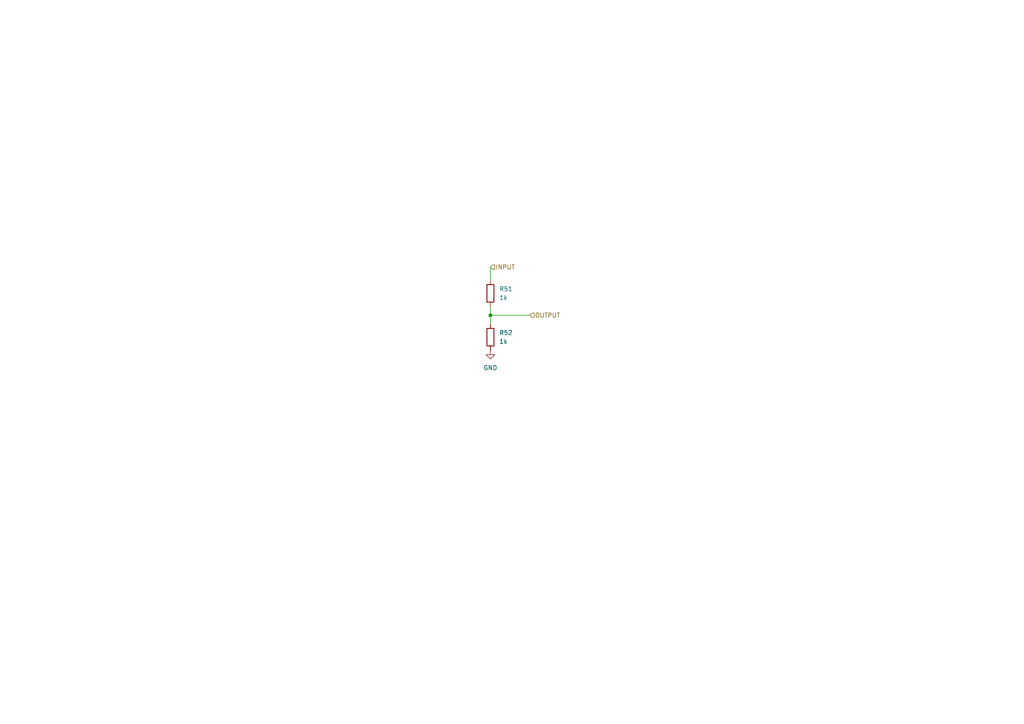
<source format=kicad_sch>
(kicad_sch (version 20250114) (generator "eeschema") (generator_version "9.0")
  (paper "A4")
  (lib_symbols
    (symbol "Device:R" (pin_numbers (hide yes)) (pin_names (offset 0))
      (property "Reference" "R" (at 2.032 0 90))
      (property "Value" "R" (at 0 0 90))
      (symbol "R_0_1"
        (rectangle (start -1.016 -2.54) (end 1.016 2.54) (stroke (width 0.254)))
      )
      (symbol "R_1_1"
        (pin passive line (at 0 3.81 270) (length 1.27) (name "~") (number "1"))
        (pin passive line (at 0 -3.81 90) (length 1.27) (name "~") (number "2"))
      )
    )
    (symbol "power:GND" (power) (pin_numbers (hide yes)) (pin_names (offset 0) (hide yes))
      (property "Value" "GND" (at 0 -3.81 0))
      (symbol "GND_0_1"
        (polyline (pts (xy 0 0) (xy 0 -1.27) (xy 1.27 -1.27) (xy 0 -2.54) (xy -1.27 -1.27) (xy 0 -1.27)))
      )
      (symbol "GND_1_1"
        (pin power_in line (at 0 0 270) (length 0) (name "~") (number "1"))
      )
    )
  )
  (junction (at 142.24 91.44))
  (wire (pts (xy 142.24 88.9) (xy 142.24 91.44)))
  (wire (pts (xy 142.24 91.44) (xy 142.24 93.98)))
  (wire (pts (xy 153.67 91.44) (xy 142.24 91.44)))
  (wire (pts (xy 142.24 77.47) (xy 142.24 81.28)))
  (hierarchical_label "INPUT" (shape input) (at 142.24 77.47 0))
  (hierarchical_label "OUTPUT" (shape input) (at 153.67 91.44 0))
  (symbol (lib_id "power:GND") (at 142.24 101.6 0) (unit 1)
    (property "Reference" "#PWR065" (effects (hide yes)))
    (property "Value" "GND" (at 142.24 106.68 0))
    (property "Description" "Power symbol creates a global label with name \"GND\" , ground" (effects (hide yes)))
  )
  (symbol (lib_id "Device:R") (at 142.24 85.09 0) (unit 1)
    (property "Reference" "R51" (at 144.78 83.8199 0) (effects (justify left)))
    (property "Value" "1k" (at 144.78 86.3599 0) (effects (justify left)))
    (property "Footprint" "Resistor_SMD:R_0603_1608Metric" (effects (hide yes)))
    (property "Description" "Resistor" (effects (hide yes)))
    (property "DIGIKEY PART N" "YAG1237CT-ND" (effects (hide yes)))
  )
  (symbol (lib_id "Device:R") (at 142.24 97.79 0) (unit 1)
    (property "Reference" "R52" (at 144.78 96.5199 0) (effects (justify left)))
    (property "Value" "1k" (at 144.78 99.0599 0) (effects (justify left)))
    (property "Footprint" "Resistor_SMD:R_0603_1608Metric" (effects (hide yes)))
    (property "Description" "Resistor" (effects (hide yes)))
    (property "DIGIKEY PART N" "YAG1237CT-ND" (effects (hide yes)))
  )
)
</source>
